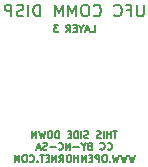
<source format=gbr>
G04 #@! TF.GenerationSoftware,KiCad,Pcbnew,(5.1.4)-1*
G04 #@! TF.CreationDate,2020-11-25T15:13:23-08:00*
G04 #@! TF.ProjectId,ufc_v4_comm_layer3,7566635f-7634-45f6-936f-6d6d5f6c6179,rev?*
G04 #@! TF.SameCoordinates,Original*
G04 #@! TF.FileFunction,Legend,Bot*
G04 #@! TF.FilePolarity,Positive*
%FSLAX46Y46*%
G04 Gerber Fmt 4.6, Leading zero omitted, Abs format (unit mm)*
G04 Created by KiCad (PCBNEW (5.1.4)-1) date 2020-11-25 15:13:23*
%MOMM*%
%LPD*%
G04 APERTURE LIST*
%ADD10C,0.150000*%
%ADD11C,0.200000*%
G04 APERTURE END LIST*
D10*
X194587857Y-63361428D02*
X194245000Y-63361428D01*
X194416428Y-63961428D02*
X194416428Y-63361428D01*
X194045000Y-63961428D02*
X194045000Y-63361428D01*
X194045000Y-63647142D02*
X193702142Y-63647142D01*
X193702142Y-63961428D02*
X193702142Y-63361428D01*
X193416428Y-63961428D02*
X193416428Y-63361428D01*
X193159285Y-63932857D02*
X193073571Y-63961428D01*
X192930714Y-63961428D01*
X192873571Y-63932857D01*
X192845000Y-63904285D01*
X192816428Y-63847142D01*
X192816428Y-63790000D01*
X192845000Y-63732857D01*
X192873571Y-63704285D01*
X192930714Y-63675714D01*
X193045000Y-63647142D01*
X193102142Y-63618571D01*
X193130714Y-63590000D01*
X193159285Y-63532857D01*
X193159285Y-63475714D01*
X193130714Y-63418571D01*
X193102142Y-63390000D01*
X193045000Y-63361428D01*
X192902142Y-63361428D01*
X192816428Y-63390000D01*
X192130714Y-63932857D02*
X192045000Y-63961428D01*
X191902142Y-63961428D01*
X191845000Y-63932857D01*
X191816428Y-63904285D01*
X191787857Y-63847142D01*
X191787857Y-63790000D01*
X191816428Y-63732857D01*
X191845000Y-63704285D01*
X191902142Y-63675714D01*
X192016428Y-63647142D01*
X192073571Y-63618571D01*
X192102142Y-63590000D01*
X192130714Y-63532857D01*
X192130714Y-63475714D01*
X192102142Y-63418571D01*
X192073571Y-63390000D01*
X192016428Y-63361428D01*
X191873571Y-63361428D01*
X191787857Y-63390000D01*
X191530714Y-63961428D02*
X191530714Y-63361428D01*
X191245000Y-63961428D02*
X191245000Y-63361428D01*
X191102142Y-63361428D01*
X191016428Y-63390000D01*
X190959285Y-63447142D01*
X190930714Y-63504285D01*
X190902142Y-63618571D01*
X190902142Y-63704285D01*
X190930714Y-63818571D01*
X190959285Y-63875714D01*
X191016428Y-63932857D01*
X191102142Y-63961428D01*
X191245000Y-63961428D01*
X190645000Y-63647142D02*
X190445000Y-63647142D01*
X190359285Y-63961428D02*
X190645000Y-63961428D01*
X190645000Y-63361428D01*
X190359285Y-63361428D01*
X189645000Y-63961428D02*
X189645000Y-63361428D01*
X189502142Y-63361428D01*
X189416428Y-63390000D01*
X189359285Y-63447142D01*
X189330714Y-63504285D01*
X189302142Y-63618571D01*
X189302142Y-63704285D01*
X189330714Y-63818571D01*
X189359285Y-63875714D01*
X189416428Y-63932857D01*
X189502142Y-63961428D01*
X189645000Y-63961428D01*
X188930714Y-63361428D02*
X188816428Y-63361428D01*
X188759285Y-63390000D01*
X188702142Y-63447142D01*
X188673571Y-63561428D01*
X188673571Y-63761428D01*
X188702142Y-63875714D01*
X188759285Y-63932857D01*
X188816428Y-63961428D01*
X188930714Y-63961428D01*
X188987857Y-63932857D01*
X189045000Y-63875714D01*
X189073571Y-63761428D01*
X189073571Y-63561428D01*
X189045000Y-63447142D01*
X188987857Y-63390000D01*
X188930714Y-63361428D01*
X188473571Y-63361428D02*
X188330714Y-63961428D01*
X188216428Y-63532857D01*
X188102142Y-63961428D01*
X187959285Y-63361428D01*
X187730714Y-63961428D02*
X187730714Y-63361428D01*
X187387857Y-63961428D01*
X187387857Y-63361428D01*
X192359285Y-54961428D02*
X192645000Y-54961428D01*
X192645000Y-54361428D01*
X192187857Y-54790000D02*
X191902142Y-54790000D01*
X192245000Y-54961428D02*
X192045000Y-54361428D01*
X191845000Y-54961428D01*
X191530714Y-54675714D02*
X191530714Y-54961428D01*
X191730714Y-54361428D02*
X191530714Y-54675714D01*
X191330714Y-54361428D01*
X191130714Y-54647142D02*
X190930714Y-54647142D01*
X190845000Y-54961428D02*
X191130714Y-54961428D01*
X191130714Y-54361428D01*
X190845000Y-54361428D01*
X190245000Y-54961428D02*
X190445000Y-54675714D01*
X190587857Y-54961428D02*
X190587857Y-54361428D01*
X190359285Y-54361428D01*
X190302142Y-54390000D01*
X190273571Y-54418571D01*
X190245000Y-54475714D01*
X190245000Y-54561428D01*
X190273571Y-54618571D01*
X190302142Y-54647142D01*
X190359285Y-54675714D01*
X190587857Y-54675714D01*
X189587857Y-54361428D02*
X189216428Y-54361428D01*
X189416428Y-54590000D01*
X189330714Y-54590000D01*
X189273571Y-54618571D01*
X189245000Y-54647142D01*
X189216428Y-54704285D01*
X189216428Y-54847142D01*
X189245000Y-54904285D01*
X189273571Y-54932857D01*
X189330714Y-54961428D01*
X189502142Y-54961428D01*
X189559285Y-54932857D01*
X189587857Y-54904285D01*
D11*
X196802142Y-52642380D02*
X196802142Y-53451904D01*
X196754523Y-53547142D01*
X196706904Y-53594761D01*
X196611666Y-53642380D01*
X196421190Y-53642380D01*
X196325952Y-53594761D01*
X196278333Y-53547142D01*
X196230714Y-53451904D01*
X196230714Y-52642380D01*
X195421190Y-53118571D02*
X195754523Y-53118571D01*
X195754523Y-53642380D02*
X195754523Y-52642380D01*
X195278333Y-52642380D01*
X194325952Y-53547142D02*
X194373571Y-53594761D01*
X194516428Y-53642380D01*
X194611666Y-53642380D01*
X194754523Y-53594761D01*
X194849761Y-53499523D01*
X194897380Y-53404285D01*
X194945000Y-53213809D01*
X194945000Y-53070952D01*
X194897380Y-52880476D01*
X194849761Y-52785238D01*
X194754523Y-52690000D01*
X194611666Y-52642380D01*
X194516428Y-52642380D01*
X194373571Y-52690000D01*
X194325952Y-52737619D01*
X192564047Y-53547142D02*
X192611666Y-53594761D01*
X192754523Y-53642380D01*
X192849761Y-53642380D01*
X192992619Y-53594761D01*
X193087857Y-53499523D01*
X193135476Y-53404285D01*
X193183095Y-53213809D01*
X193183095Y-53070952D01*
X193135476Y-52880476D01*
X193087857Y-52785238D01*
X192992619Y-52690000D01*
X192849761Y-52642380D01*
X192754523Y-52642380D01*
X192611666Y-52690000D01*
X192564047Y-52737619D01*
X191945000Y-52642380D02*
X191754523Y-52642380D01*
X191659285Y-52690000D01*
X191564047Y-52785238D01*
X191516428Y-52975714D01*
X191516428Y-53309047D01*
X191564047Y-53499523D01*
X191659285Y-53594761D01*
X191754523Y-53642380D01*
X191945000Y-53642380D01*
X192040238Y-53594761D01*
X192135476Y-53499523D01*
X192183095Y-53309047D01*
X192183095Y-52975714D01*
X192135476Y-52785238D01*
X192040238Y-52690000D01*
X191945000Y-52642380D01*
X191087857Y-53642380D02*
X191087857Y-52642380D01*
X190754523Y-53356666D01*
X190421190Y-52642380D01*
X190421190Y-53642380D01*
X189945000Y-53642380D02*
X189945000Y-52642380D01*
X189611666Y-53356666D01*
X189278333Y-52642380D01*
X189278333Y-53642380D01*
X188040238Y-53642380D02*
X188040238Y-52642380D01*
X187802142Y-52642380D01*
X187659285Y-52690000D01*
X187564047Y-52785238D01*
X187516428Y-52880476D01*
X187468809Y-53070952D01*
X187468809Y-53213809D01*
X187516428Y-53404285D01*
X187564047Y-53499523D01*
X187659285Y-53594761D01*
X187802142Y-53642380D01*
X188040238Y-53642380D01*
X187040238Y-53642380D02*
X187040238Y-52642380D01*
X186611666Y-53594761D02*
X186468809Y-53642380D01*
X186230714Y-53642380D01*
X186135476Y-53594761D01*
X186087857Y-53547142D01*
X186040238Y-53451904D01*
X186040238Y-53356666D01*
X186087857Y-53261428D01*
X186135476Y-53213809D01*
X186230714Y-53166190D01*
X186421190Y-53118571D01*
X186516428Y-53070952D01*
X186564047Y-53023333D01*
X186611666Y-52928095D01*
X186611666Y-52832857D01*
X186564047Y-52737619D01*
X186516428Y-52690000D01*
X186421190Y-52642380D01*
X186183095Y-52642380D01*
X186040238Y-52690000D01*
X185611666Y-53642380D02*
X185611666Y-52642380D01*
X185230714Y-52642380D01*
X185135476Y-52690000D01*
X185087857Y-52737619D01*
X185040238Y-52832857D01*
X185040238Y-52975714D01*
X185087857Y-53070952D01*
X185135476Y-53118571D01*
X185230714Y-53166190D01*
X185611666Y-53166190D01*
D10*
X193745000Y-64879285D02*
X193773571Y-64907857D01*
X193859285Y-64936428D01*
X193916428Y-64936428D01*
X194002142Y-64907857D01*
X194059285Y-64850714D01*
X194087857Y-64793571D01*
X194116428Y-64679285D01*
X194116428Y-64593571D01*
X194087857Y-64479285D01*
X194059285Y-64422142D01*
X194002142Y-64365000D01*
X193916428Y-64336428D01*
X193859285Y-64336428D01*
X193773571Y-64365000D01*
X193745000Y-64393571D01*
X193145000Y-64879285D02*
X193173571Y-64907857D01*
X193259285Y-64936428D01*
X193316428Y-64936428D01*
X193402142Y-64907857D01*
X193459285Y-64850714D01*
X193487857Y-64793571D01*
X193516428Y-64679285D01*
X193516428Y-64593571D01*
X193487857Y-64479285D01*
X193459285Y-64422142D01*
X193402142Y-64365000D01*
X193316428Y-64336428D01*
X193259285Y-64336428D01*
X193173571Y-64365000D01*
X193145000Y-64393571D01*
X192230714Y-64622142D02*
X192145000Y-64650714D01*
X192116428Y-64679285D01*
X192087857Y-64736428D01*
X192087857Y-64822142D01*
X192116428Y-64879285D01*
X192145000Y-64907857D01*
X192202142Y-64936428D01*
X192430714Y-64936428D01*
X192430714Y-64336428D01*
X192230714Y-64336428D01*
X192173571Y-64365000D01*
X192145000Y-64393571D01*
X192116428Y-64450714D01*
X192116428Y-64507857D01*
X192145000Y-64565000D01*
X192173571Y-64593571D01*
X192230714Y-64622142D01*
X192430714Y-64622142D01*
X191716428Y-64650714D02*
X191716428Y-64936428D01*
X191916428Y-64336428D02*
X191716428Y-64650714D01*
X191516428Y-64336428D01*
X191316428Y-64707857D02*
X190859285Y-64707857D01*
X190573571Y-64936428D02*
X190573571Y-64336428D01*
X190230714Y-64936428D01*
X190230714Y-64336428D01*
X189602142Y-64879285D02*
X189630714Y-64907857D01*
X189716428Y-64936428D01*
X189773571Y-64936428D01*
X189859285Y-64907857D01*
X189916428Y-64850714D01*
X189945000Y-64793571D01*
X189973571Y-64679285D01*
X189973571Y-64593571D01*
X189945000Y-64479285D01*
X189916428Y-64422142D01*
X189859285Y-64365000D01*
X189773571Y-64336428D01*
X189716428Y-64336428D01*
X189630714Y-64365000D01*
X189602142Y-64393571D01*
X189345000Y-64707857D02*
X188887857Y-64707857D01*
X188630714Y-64907857D02*
X188545000Y-64936428D01*
X188402142Y-64936428D01*
X188345000Y-64907857D01*
X188316428Y-64879285D01*
X188287857Y-64822142D01*
X188287857Y-64765000D01*
X188316428Y-64707857D01*
X188345000Y-64679285D01*
X188402142Y-64650714D01*
X188516428Y-64622142D01*
X188573571Y-64593571D01*
X188602142Y-64565000D01*
X188630714Y-64507857D01*
X188630714Y-64450714D01*
X188602142Y-64393571D01*
X188573571Y-64365000D01*
X188516428Y-64336428D01*
X188373571Y-64336428D01*
X188287857Y-64365000D01*
X188059285Y-64765000D02*
X187773571Y-64765000D01*
X188116428Y-64936428D02*
X187916428Y-64336428D01*
X187716428Y-64936428D01*
X196073571Y-65386428D02*
X195930714Y-65986428D01*
X195816428Y-65557857D01*
X195702142Y-65986428D01*
X195559285Y-65386428D01*
X195387857Y-65386428D02*
X195245000Y-65986428D01*
X195130714Y-65557857D01*
X195016428Y-65986428D01*
X194873571Y-65386428D01*
X194702142Y-65386428D02*
X194559285Y-65986428D01*
X194445000Y-65557857D01*
X194330714Y-65986428D01*
X194187857Y-65386428D01*
X193959285Y-65929285D02*
X193930714Y-65957857D01*
X193959285Y-65986428D01*
X193987857Y-65957857D01*
X193959285Y-65929285D01*
X193959285Y-65986428D01*
X193559285Y-65386428D02*
X193445000Y-65386428D01*
X193387857Y-65415000D01*
X193330714Y-65472142D01*
X193302142Y-65586428D01*
X193302142Y-65786428D01*
X193330714Y-65900714D01*
X193387857Y-65957857D01*
X193445000Y-65986428D01*
X193559285Y-65986428D01*
X193616428Y-65957857D01*
X193673571Y-65900714D01*
X193702142Y-65786428D01*
X193702142Y-65586428D01*
X193673571Y-65472142D01*
X193616428Y-65415000D01*
X193559285Y-65386428D01*
X193045000Y-65986428D02*
X193045000Y-65386428D01*
X192816428Y-65386428D01*
X192759285Y-65415000D01*
X192730714Y-65443571D01*
X192702142Y-65500714D01*
X192702142Y-65586428D01*
X192730714Y-65643571D01*
X192759285Y-65672142D01*
X192816428Y-65700714D01*
X193045000Y-65700714D01*
X192445000Y-65672142D02*
X192245000Y-65672142D01*
X192159285Y-65986428D02*
X192445000Y-65986428D01*
X192445000Y-65386428D01*
X192159285Y-65386428D01*
X191902142Y-65986428D02*
X191902142Y-65386428D01*
X191559285Y-65986428D01*
X191559285Y-65386428D01*
X191273571Y-65986428D02*
X191273571Y-65386428D01*
X191273571Y-65672142D02*
X190930714Y-65672142D01*
X190930714Y-65986428D02*
X190930714Y-65386428D01*
X190530714Y-65386428D02*
X190416428Y-65386428D01*
X190359285Y-65415000D01*
X190302142Y-65472142D01*
X190273571Y-65586428D01*
X190273571Y-65786428D01*
X190302142Y-65900714D01*
X190359285Y-65957857D01*
X190416428Y-65986428D01*
X190530714Y-65986428D01*
X190587857Y-65957857D01*
X190645000Y-65900714D01*
X190673571Y-65786428D01*
X190673571Y-65586428D01*
X190645000Y-65472142D01*
X190587857Y-65415000D01*
X190530714Y-65386428D01*
X189673571Y-65986428D02*
X189873571Y-65700714D01*
X190016428Y-65986428D02*
X190016428Y-65386428D01*
X189787857Y-65386428D01*
X189730714Y-65415000D01*
X189702142Y-65443571D01*
X189673571Y-65500714D01*
X189673571Y-65586428D01*
X189702142Y-65643571D01*
X189730714Y-65672142D01*
X189787857Y-65700714D01*
X190016428Y-65700714D01*
X189416428Y-65986428D02*
X189416428Y-65386428D01*
X189073571Y-65986428D01*
X189073571Y-65386428D01*
X188787857Y-65672142D02*
X188587857Y-65672142D01*
X188502142Y-65986428D02*
X188787857Y-65986428D01*
X188787857Y-65386428D01*
X188502142Y-65386428D01*
X188330714Y-65386428D02*
X187987857Y-65386428D01*
X188159285Y-65986428D02*
X188159285Y-65386428D01*
X187787857Y-65929285D02*
X187759285Y-65957857D01*
X187787857Y-65986428D01*
X187816428Y-65957857D01*
X187787857Y-65929285D01*
X187787857Y-65986428D01*
X187159285Y-65929285D02*
X187187857Y-65957857D01*
X187273571Y-65986428D01*
X187330714Y-65986428D01*
X187416428Y-65957857D01*
X187473571Y-65900714D01*
X187502142Y-65843571D01*
X187530714Y-65729285D01*
X187530714Y-65643571D01*
X187502142Y-65529285D01*
X187473571Y-65472142D01*
X187416428Y-65415000D01*
X187330714Y-65386428D01*
X187273571Y-65386428D01*
X187187857Y-65415000D01*
X187159285Y-65443571D01*
X186787857Y-65386428D02*
X186673571Y-65386428D01*
X186616428Y-65415000D01*
X186559285Y-65472142D01*
X186530714Y-65586428D01*
X186530714Y-65786428D01*
X186559285Y-65900714D01*
X186616428Y-65957857D01*
X186673571Y-65986428D01*
X186787857Y-65986428D01*
X186845000Y-65957857D01*
X186902142Y-65900714D01*
X186930714Y-65786428D01*
X186930714Y-65586428D01*
X186902142Y-65472142D01*
X186845000Y-65415000D01*
X186787857Y-65386428D01*
X186273571Y-65986428D02*
X186273571Y-65386428D01*
X186073571Y-65815000D01*
X185873571Y-65386428D01*
X185873571Y-65986428D01*
M02*

</source>
